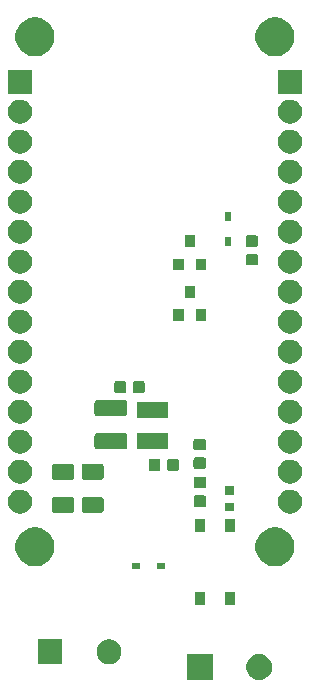
<source format=gts>
G04 #@! TF.GenerationSoftware,KiCad,Pcbnew,5.1.5+dfsg1-2build2*
G04 #@! TF.CreationDate,2022-10-24T00:29:02+02:00*
G04 #@! TF.ProjectId,MBus_to_radio,4d427573-5f74-46f5-9f72-6164696f2e6b,rev?*
G04 #@! TF.SameCoordinates,Original*
G04 #@! TF.FileFunction,Soldermask,Top*
G04 #@! TF.FilePolarity,Negative*
%FSLAX46Y46*%
G04 Gerber Fmt 4.6, Leading zero omitted, Abs format (unit mm)*
G04 Created by KiCad (PCBNEW 5.1.5+dfsg1-2build2) date 2022-10-24 00:29:02*
%MOMM*%
%LPD*%
G04 APERTURE LIST*
%ADD10C,0.100000*%
G04 APERTURE END LIST*
D10*
G36*
X118244794Y-110680155D02*
G01*
X118351150Y-110701311D01*
X118451334Y-110742809D01*
X118551520Y-110784307D01*
X118731844Y-110904795D01*
X118885205Y-111058156D01*
X119005693Y-111238480D01*
X119005693Y-111238481D01*
X119081455Y-111421385D01*
X119088689Y-111438851D01*
X119131000Y-111651560D01*
X119131000Y-111868440D01*
X119088689Y-112081149D01*
X119005693Y-112281520D01*
X118885205Y-112461844D01*
X118731844Y-112615205D01*
X118551520Y-112735693D01*
X118451334Y-112777191D01*
X118351150Y-112818689D01*
X118244795Y-112839844D01*
X118138440Y-112861000D01*
X117921560Y-112861000D01*
X117815205Y-112839844D01*
X117708850Y-112818689D01*
X117608666Y-112777191D01*
X117508480Y-112735693D01*
X117328156Y-112615205D01*
X117174795Y-112461844D01*
X117054307Y-112281520D01*
X116971311Y-112081149D01*
X116929000Y-111868440D01*
X116929000Y-111651560D01*
X116971311Y-111438851D01*
X116978546Y-111421385D01*
X117054307Y-111238481D01*
X117054307Y-111238480D01*
X117174795Y-111058156D01*
X117328156Y-110904795D01*
X117508480Y-110784307D01*
X117608666Y-110742809D01*
X117708850Y-110701311D01*
X117815206Y-110680155D01*
X117921560Y-110659000D01*
X118138440Y-110659000D01*
X118244794Y-110680155D01*
G37*
G36*
X114131000Y-112861000D02*
G01*
X111929000Y-112861000D01*
X111929000Y-110659000D01*
X114131000Y-110659000D01*
X114131000Y-112861000D01*
G37*
G36*
X105636564Y-109479389D02*
G01*
X105827833Y-109558615D01*
X105827835Y-109558616D01*
X105999973Y-109673635D01*
X106146365Y-109820027D01*
X106261385Y-109992167D01*
X106340611Y-110183436D01*
X106381000Y-110386484D01*
X106381000Y-110593516D01*
X106340611Y-110796564D01*
X106295780Y-110904795D01*
X106261384Y-110987835D01*
X106146365Y-111159973D01*
X105999973Y-111306365D01*
X105827835Y-111421384D01*
X105827834Y-111421385D01*
X105827833Y-111421385D01*
X105636564Y-111500611D01*
X105433516Y-111541000D01*
X105226484Y-111541000D01*
X105023436Y-111500611D01*
X104832167Y-111421385D01*
X104832166Y-111421385D01*
X104832165Y-111421384D01*
X104660027Y-111306365D01*
X104513635Y-111159973D01*
X104398616Y-110987835D01*
X104364220Y-110904795D01*
X104319389Y-110796564D01*
X104279000Y-110593516D01*
X104279000Y-110386484D01*
X104319389Y-110183436D01*
X104398615Y-109992167D01*
X104513635Y-109820027D01*
X104660027Y-109673635D01*
X104832165Y-109558616D01*
X104832167Y-109558615D01*
X105023436Y-109479389D01*
X105226484Y-109439000D01*
X105433516Y-109439000D01*
X105636564Y-109479389D01*
G37*
G36*
X101381000Y-111541000D02*
G01*
X99279000Y-111541000D01*
X99279000Y-109439000D01*
X101381000Y-109439000D01*
X101381000Y-111541000D01*
G37*
G36*
X116021000Y-106496000D02*
G01*
X115119000Y-106496000D01*
X115119000Y-105394000D01*
X116021000Y-105394000D01*
X116021000Y-106496000D01*
G37*
G36*
X113481000Y-106496000D02*
G01*
X112579000Y-106496000D01*
X112579000Y-105394000D01*
X113481000Y-105394000D01*
X113481000Y-106496000D01*
G37*
G36*
X107962200Y-103514300D02*
G01*
X107260200Y-103514300D01*
X107260200Y-102962300D01*
X107962200Y-102962300D01*
X107962200Y-103514300D01*
G37*
G36*
X110062200Y-103514300D02*
G01*
X109360200Y-103514300D01*
X109360200Y-102962300D01*
X110062200Y-102962300D01*
X110062200Y-103514300D01*
G37*
G36*
X119755256Y-99991298D02*
G01*
X119861579Y-100012447D01*
X120162042Y-100136903D01*
X120432451Y-100317585D01*
X120662415Y-100547549D01*
X120843097Y-100817958D01*
X120967553Y-101118421D01*
X121031000Y-101437391D01*
X121031000Y-101762609D01*
X120967553Y-102081579D01*
X120843097Y-102382042D01*
X120662415Y-102652451D01*
X120432451Y-102882415D01*
X120162042Y-103063097D01*
X119861579Y-103187553D01*
X119755256Y-103208702D01*
X119542611Y-103251000D01*
X119217389Y-103251000D01*
X119004744Y-103208702D01*
X118898421Y-103187553D01*
X118597958Y-103063097D01*
X118327549Y-102882415D01*
X118097585Y-102652451D01*
X117916903Y-102382042D01*
X117792447Y-102081579D01*
X117729000Y-101762609D01*
X117729000Y-101437391D01*
X117792447Y-101118421D01*
X117916903Y-100817958D01*
X118097585Y-100547549D01*
X118327549Y-100317585D01*
X118597958Y-100136903D01*
X118898421Y-100012447D01*
X119004744Y-99991298D01*
X119217389Y-99949000D01*
X119542611Y-99949000D01*
X119755256Y-99991298D01*
G37*
G36*
X99435256Y-99991298D02*
G01*
X99541579Y-100012447D01*
X99842042Y-100136903D01*
X100112451Y-100317585D01*
X100342415Y-100547549D01*
X100523097Y-100817958D01*
X100647553Y-101118421D01*
X100711000Y-101437391D01*
X100711000Y-101762609D01*
X100647553Y-102081579D01*
X100523097Y-102382042D01*
X100342415Y-102652451D01*
X100112451Y-102882415D01*
X99842042Y-103063097D01*
X99541579Y-103187553D01*
X99435256Y-103208702D01*
X99222611Y-103251000D01*
X98897389Y-103251000D01*
X98684744Y-103208702D01*
X98578421Y-103187553D01*
X98277958Y-103063097D01*
X98007549Y-102882415D01*
X97777585Y-102652451D01*
X97596903Y-102382042D01*
X97472447Y-102081579D01*
X97409000Y-101762609D01*
X97409000Y-101437391D01*
X97472447Y-101118421D01*
X97596903Y-100817958D01*
X97777585Y-100547549D01*
X98007549Y-100317585D01*
X98277958Y-100136903D01*
X98578421Y-100012447D01*
X98684744Y-99991298D01*
X98897389Y-99949000D01*
X99222611Y-99949000D01*
X99435256Y-99991298D01*
G37*
G36*
X116021000Y-100346000D02*
G01*
X115119000Y-100346000D01*
X115119000Y-99244000D01*
X116021000Y-99244000D01*
X116021000Y-100346000D01*
G37*
G36*
X113481000Y-100346000D02*
G01*
X112579000Y-100346000D01*
X112579000Y-99244000D01*
X113481000Y-99244000D01*
X113481000Y-100346000D01*
G37*
G36*
X120880926Y-96800029D02*
G01*
X120946356Y-96813044D01*
X121131256Y-96889632D01*
X121297662Y-97000821D01*
X121439179Y-97142338D01*
X121550368Y-97308744D01*
X121626956Y-97493644D01*
X121666000Y-97689933D01*
X121666000Y-97890067D01*
X121626956Y-98086356D01*
X121550368Y-98271256D01*
X121439179Y-98437662D01*
X121297662Y-98579179D01*
X121131256Y-98690368D01*
X120946356Y-98766956D01*
X120880926Y-98779971D01*
X120750069Y-98806000D01*
X120549931Y-98806000D01*
X120419074Y-98779971D01*
X120353644Y-98766956D01*
X120168744Y-98690368D01*
X120002338Y-98579179D01*
X119860821Y-98437662D01*
X119749632Y-98271256D01*
X119673044Y-98086356D01*
X119634000Y-97890067D01*
X119634000Y-97689933D01*
X119673044Y-97493644D01*
X119749632Y-97308744D01*
X119860821Y-97142338D01*
X120002338Y-97000821D01*
X120168744Y-96889632D01*
X120353644Y-96813044D01*
X120419074Y-96800029D01*
X120549931Y-96774000D01*
X120750069Y-96774000D01*
X120880926Y-96800029D01*
G37*
G36*
X98020926Y-96800029D02*
G01*
X98086356Y-96813044D01*
X98271256Y-96889632D01*
X98437662Y-97000821D01*
X98579179Y-97142338D01*
X98690368Y-97308744D01*
X98766956Y-97493644D01*
X98806000Y-97689933D01*
X98806000Y-97890067D01*
X98766956Y-98086356D01*
X98690368Y-98271256D01*
X98579179Y-98437662D01*
X98437662Y-98579179D01*
X98271256Y-98690368D01*
X98086356Y-98766956D01*
X98020926Y-98779971D01*
X97890069Y-98806000D01*
X97689931Y-98806000D01*
X97559074Y-98779971D01*
X97493644Y-98766956D01*
X97308744Y-98690368D01*
X97142338Y-98579179D01*
X97000821Y-98437662D01*
X96889632Y-98271256D01*
X96813044Y-98086356D01*
X96774000Y-97890067D01*
X96774000Y-97689933D01*
X96813044Y-97493644D01*
X96889632Y-97308744D01*
X97000821Y-97142338D01*
X97142338Y-97000821D01*
X97308744Y-96889632D01*
X97493644Y-96813044D01*
X97559074Y-96800029D01*
X97689931Y-96774000D01*
X97890069Y-96774000D01*
X98020926Y-96800029D01*
G37*
G36*
X104705404Y-97372347D02*
G01*
X104741944Y-97383432D01*
X104775621Y-97401433D01*
X104805141Y-97425659D01*
X104829367Y-97455179D01*
X104847368Y-97488856D01*
X104858453Y-97525396D01*
X104862800Y-97569538D01*
X104862800Y-98518462D01*
X104858453Y-98562604D01*
X104847368Y-98599144D01*
X104829367Y-98632821D01*
X104805141Y-98662341D01*
X104775621Y-98686567D01*
X104741944Y-98704568D01*
X104705404Y-98715653D01*
X104661262Y-98720000D01*
X103212338Y-98720000D01*
X103168196Y-98715653D01*
X103131656Y-98704568D01*
X103097979Y-98686567D01*
X103068459Y-98662341D01*
X103044233Y-98632821D01*
X103026232Y-98599144D01*
X103015147Y-98562604D01*
X103010800Y-98518462D01*
X103010800Y-97569538D01*
X103015147Y-97525396D01*
X103026232Y-97488856D01*
X103044233Y-97455179D01*
X103068459Y-97425659D01*
X103097979Y-97401433D01*
X103131656Y-97383432D01*
X103168196Y-97372347D01*
X103212338Y-97368000D01*
X104661262Y-97368000D01*
X104705404Y-97372347D01*
G37*
G36*
X102190804Y-97372347D02*
G01*
X102227344Y-97383432D01*
X102261021Y-97401433D01*
X102290541Y-97425659D01*
X102314767Y-97455179D01*
X102332768Y-97488856D01*
X102343853Y-97525396D01*
X102348200Y-97569538D01*
X102348200Y-98518462D01*
X102343853Y-98562604D01*
X102332768Y-98599144D01*
X102314767Y-98632821D01*
X102290541Y-98662341D01*
X102261021Y-98686567D01*
X102227344Y-98704568D01*
X102190804Y-98715653D01*
X102146662Y-98720000D01*
X100697738Y-98720000D01*
X100653596Y-98715653D01*
X100617056Y-98704568D01*
X100583379Y-98686567D01*
X100553859Y-98662341D01*
X100529633Y-98632821D01*
X100511632Y-98599144D01*
X100500547Y-98562604D01*
X100496200Y-98518462D01*
X100496200Y-97569538D01*
X100500547Y-97525396D01*
X100511632Y-97488856D01*
X100529633Y-97455179D01*
X100553859Y-97425659D01*
X100583379Y-97401433D01*
X100617056Y-97383432D01*
X100653596Y-97372347D01*
X100697738Y-97368000D01*
X102146662Y-97368000D01*
X102190804Y-97372347D01*
G37*
G36*
X115945600Y-98572800D02*
G01*
X115143600Y-98572800D01*
X115143600Y-97870800D01*
X115945600Y-97870800D01*
X115945600Y-98572800D01*
G37*
G36*
X113409591Y-97254785D02*
G01*
X113443569Y-97265093D01*
X113474890Y-97281834D01*
X113502339Y-97304361D01*
X113524866Y-97331810D01*
X113541607Y-97363131D01*
X113551915Y-97397109D01*
X113556000Y-97438590D01*
X113556000Y-98039810D01*
X113551915Y-98081291D01*
X113541607Y-98115269D01*
X113524866Y-98146590D01*
X113502339Y-98174039D01*
X113474890Y-98196566D01*
X113443569Y-98213307D01*
X113409591Y-98223615D01*
X113368110Y-98227700D01*
X112691890Y-98227700D01*
X112650409Y-98223615D01*
X112616431Y-98213307D01*
X112585110Y-98196566D01*
X112557661Y-98174039D01*
X112535134Y-98146590D01*
X112518393Y-98115269D01*
X112508085Y-98081291D01*
X112504000Y-98039810D01*
X112504000Y-97438590D01*
X112508085Y-97397109D01*
X112518393Y-97363131D01*
X112535134Y-97331810D01*
X112557661Y-97304361D01*
X112585110Y-97281834D01*
X112616431Y-97265093D01*
X112650409Y-97254785D01*
X112691890Y-97250700D01*
X113368110Y-97250700D01*
X113409591Y-97254785D01*
G37*
G36*
X115945600Y-97172800D02*
G01*
X115143600Y-97172800D01*
X115143600Y-96470800D01*
X115945600Y-96470800D01*
X115945600Y-97172800D01*
G37*
G36*
X113409591Y-95679785D02*
G01*
X113443569Y-95690093D01*
X113474890Y-95706834D01*
X113502339Y-95729361D01*
X113524866Y-95756810D01*
X113541607Y-95788131D01*
X113551915Y-95822109D01*
X113556000Y-95863590D01*
X113556000Y-96464810D01*
X113551915Y-96506291D01*
X113541607Y-96540269D01*
X113524866Y-96571590D01*
X113502339Y-96599039D01*
X113474890Y-96621566D01*
X113443569Y-96638307D01*
X113409591Y-96648615D01*
X113368110Y-96652700D01*
X112691890Y-96652700D01*
X112650409Y-96648615D01*
X112616431Y-96638307D01*
X112585110Y-96621566D01*
X112557661Y-96599039D01*
X112535134Y-96571590D01*
X112518393Y-96540269D01*
X112508085Y-96506291D01*
X112504000Y-96464810D01*
X112504000Y-95863590D01*
X112508085Y-95822109D01*
X112518393Y-95788131D01*
X112535134Y-95756810D01*
X112557661Y-95729361D01*
X112585110Y-95706834D01*
X112616431Y-95690093D01*
X112650409Y-95679785D01*
X112691890Y-95675700D01*
X113368110Y-95675700D01*
X113409591Y-95679785D01*
G37*
G36*
X120880926Y-94260029D02*
G01*
X120946356Y-94273044D01*
X121131256Y-94349632D01*
X121297662Y-94460821D01*
X121439179Y-94602338D01*
X121550368Y-94768744D01*
X121626956Y-94953644D01*
X121630362Y-94970766D01*
X121645206Y-95045391D01*
X121666000Y-95149933D01*
X121666000Y-95350067D01*
X121626956Y-95546356D01*
X121550368Y-95731256D01*
X121439179Y-95897662D01*
X121297662Y-96039179D01*
X121131256Y-96150368D01*
X120946356Y-96226956D01*
X120880926Y-96239971D01*
X120750069Y-96266000D01*
X120549931Y-96266000D01*
X120419074Y-96239971D01*
X120353644Y-96226956D01*
X120168744Y-96150368D01*
X120002338Y-96039179D01*
X119860821Y-95897662D01*
X119749632Y-95731256D01*
X119673044Y-95546356D01*
X119634000Y-95350067D01*
X119634000Y-95149933D01*
X119654795Y-95045391D01*
X119669638Y-94970766D01*
X119673044Y-94953644D01*
X119749632Y-94768744D01*
X119860821Y-94602338D01*
X120002338Y-94460821D01*
X120168744Y-94349632D01*
X120353644Y-94273044D01*
X120419074Y-94260029D01*
X120549931Y-94234000D01*
X120750069Y-94234000D01*
X120880926Y-94260029D01*
G37*
G36*
X98020926Y-94260029D02*
G01*
X98086356Y-94273044D01*
X98271256Y-94349632D01*
X98437662Y-94460821D01*
X98579179Y-94602338D01*
X98690368Y-94768744D01*
X98766956Y-94953644D01*
X98770362Y-94970766D01*
X98785206Y-95045391D01*
X98806000Y-95149933D01*
X98806000Y-95350067D01*
X98766956Y-95546356D01*
X98690368Y-95731256D01*
X98579179Y-95897662D01*
X98437662Y-96039179D01*
X98271256Y-96150368D01*
X98086356Y-96226956D01*
X98020926Y-96239971D01*
X97890069Y-96266000D01*
X97689931Y-96266000D01*
X97559074Y-96239971D01*
X97493644Y-96226956D01*
X97308744Y-96150368D01*
X97142338Y-96039179D01*
X97000821Y-95897662D01*
X96889632Y-95731256D01*
X96813044Y-95546356D01*
X96774000Y-95350067D01*
X96774000Y-95149933D01*
X96794795Y-95045391D01*
X96809638Y-94970766D01*
X96813044Y-94953644D01*
X96889632Y-94768744D01*
X97000821Y-94602338D01*
X97142338Y-94460821D01*
X97308744Y-94349632D01*
X97493644Y-94273044D01*
X97559074Y-94260029D01*
X97689931Y-94234000D01*
X97890069Y-94234000D01*
X98020926Y-94260029D01*
G37*
G36*
X102190804Y-94572347D02*
G01*
X102227344Y-94583432D01*
X102261021Y-94601433D01*
X102290541Y-94625659D01*
X102314767Y-94655179D01*
X102332768Y-94688856D01*
X102343853Y-94725396D01*
X102348200Y-94769538D01*
X102348200Y-95718462D01*
X102343853Y-95762604D01*
X102332768Y-95799144D01*
X102314767Y-95832821D01*
X102290541Y-95862341D01*
X102261021Y-95886567D01*
X102227344Y-95904568D01*
X102190804Y-95915653D01*
X102146662Y-95920000D01*
X100697738Y-95920000D01*
X100653596Y-95915653D01*
X100617056Y-95904568D01*
X100583379Y-95886567D01*
X100553859Y-95862341D01*
X100529633Y-95832821D01*
X100511632Y-95799144D01*
X100500547Y-95762604D01*
X100496200Y-95718462D01*
X100496200Y-94769538D01*
X100500547Y-94725396D01*
X100511632Y-94688856D01*
X100529633Y-94655179D01*
X100553859Y-94625659D01*
X100583379Y-94601433D01*
X100617056Y-94583432D01*
X100653596Y-94572347D01*
X100697738Y-94568000D01*
X102146662Y-94568000D01*
X102190804Y-94572347D01*
G37*
G36*
X104705404Y-94572347D02*
G01*
X104741944Y-94583432D01*
X104775621Y-94601433D01*
X104805141Y-94625659D01*
X104829367Y-94655179D01*
X104847368Y-94688856D01*
X104858453Y-94725396D01*
X104862800Y-94769538D01*
X104862800Y-95718462D01*
X104858453Y-95762604D01*
X104847368Y-95799144D01*
X104829367Y-95832821D01*
X104805141Y-95862341D01*
X104775621Y-95886567D01*
X104741944Y-95904568D01*
X104705404Y-95915653D01*
X104661262Y-95920000D01*
X103212338Y-95920000D01*
X103168196Y-95915653D01*
X103131656Y-95904568D01*
X103097979Y-95886567D01*
X103068459Y-95862341D01*
X103044233Y-95832821D01*
X103026232Y-95799144D01*
X103015147Y-95762604D01*
X103010800Y-95718462D01*
X103010800Y-94769538D01*
X103015147Y-94725396D01*
X103026232Y-94688856D01*
X103044233Y-94655179D01*
X103068459Y-94625659D01*
X103097979Y-94601433D01*
X103131656Y-94583432D01*
X103168196Y-94572347D01*
X103212338Y-94568000D01*
X104661262Y-94568000D01*
X104705404Y-94572347D01*
G37*
G36*
X109523991Y-94143885D02*
G01*
X109557969Y-94154193D01*
X109589290Y-94170934D01*
X109616739Y-94193461D01*
X109639266Y-94220910D01*
X109656007Y-94252231D01*
X109666315Y-94286209D01*
X109670400Y-94327690D01*
X109670400Y-95003910D01*
X109666315Y-95045391D01*
X109656007Y-95079369D01*
X109639266Y-95110690D01*
X109616739Y-95138139D01*
X109589290Y-95160666D01*
X109557969Y-95177407D01*
X109523991Y-95187715D01*
X109482510Y-95191800D01*
X108881290Y-95191800D01*
X108839809Y-95187715D01*
X108805831Y-95177407D01*
X108774510Y-95160666D01*
X108747061Y-95138139D01*
X108724534Y-95110690D01*
X108707793Y-95079369D01*
X108697485Y-95045391D01*
X108693400Y-95003910D01*
X108693400Y-94327690D01*
X108697485Y-94286209D01*
X108707793Y-94252231D01*
X108724534Y-94220910D01*
X108747061Y-94193461D01*
X108774510Y-94170934D01*
X108805831Y-94154193D01*
X108839809Y-94143885D01*
X108881290Y-94139800D01*
X109482510Y-94139800D01*
X109523991Y-94143885D01*
G37*
G36*
X111098991Y-94143885D02*
G01*
X111132969Y-94154193D01*
X111164290Y-94170934D01*
X111191739Y-94193461D01*
X111214266Y-94220910D01*
X111231007Y-94252231D01*
X111241315Y-94286209D01*
X111245400Y-94327690D01*
X111245400Y-95003910D01*
X111241315Y-95045391D01*
X111231007Y-95079369D01*
X111214266Y-95110690D01*
X111191739Y-95138139D01*
X111164290Y-95160666D01*
X111132969Y-95177407D01*
X111098991Y-95187715D01*
X111057510Y-95191800D01*
X110456290Y-95191800D01*
X110414809Y-95187715D01*
X110380831Y-95177407D01*
X110349510Y-95160666D01*
X110322061Y-95138139D01*
X110299534Y-95110690D01*
X110282793Y-95079369D01*
X110272485Y-95045391D01*
X110268400Y-95003910D01*
X110268400Y-94327690D01*
X110272485Y-94286209D01*
X110282793Y-94252231D01*
X110299534Y-94220910D01*
X110322061Y-94193461D01*
X110349510Y-94170934D01*
X110380831Y-94154193D01*
X110414809Y-94143885D01*
X110456290Y-94139800D01*
X111057510Y-94139800D01*
X111098991Y-94143885D01*
G37*
G36*
X113384191Y-94028985D02*
G01*
X113418169Y-94039293D01*
X113449490Y-94056034D01*
X113476939Y-94078561D01*
X113499466Y-94106010D01*
X113516207Y-94137331D01*
X113526515Y-94171309D01*
X113530600Y-94212790D01*
X113530600Y-94814010D01*
X113526515Y-94855491D01*
X113516207Y-94889469D01*
X113499466Y-94920790D01*
X113476939Y-94948239D01*
X113449490Y-94970766D01*
X113418169Y-94987507D01*
X113384191Y-94997815D01*
X113342710Y-95001900D01*
X112666490Y-95001900D01*
X112625009Y-94997815D01*
X112591031Y-94987507D01*
X112559710Y-94970766D01*
X112532261Y-94948239D01*
X112509734Y-94920790D01*
X112492993Y-94889469D01*
X112482685Y-94855491D01*
X112478600Y-94814010D01*
X112478600Y-94212790D01*
X112482685Y-94171309D01*
X112492993Y-94137331D01*
X112509734Y-94106010D01*
X112532261Y-94078561D01*
X112559710Y-94056034D01*
X112591031Y-94039293D01*
X112625009Y-94028985D01*
X112666490Y-94024900D01*
X113342710Y-94024900D01*
X113384191Y-94028985D01*
G37*
G36*
X120880926Y-91720029D02*
G01*
X120946356Y-91733044D01*
X121131256Y-91809632D01*
X121297662Y-91920821D01*
X121439179Y-92062338D01*
X121550368Y-92228744D01*
X121626956Y-92413645D01*
X121664160Y-92600680D01*
X121666000Y-92609933D01*
X121666000Y-92810067D01*
X121626956Y-93006356D01*
X121550368Y-93191256D01*
X121439179Y-93357662D01*
X121297662Y-93499179D01*
X121131256Y-93610368D01*
X120946356Y-93686956D01*
X120880926Y-93699971D01*
X120750069Y-93726000D01*
X120549931Y-93726000D01*
X120419074Y-93699971D01*
X120353644Y-93686956D01*
X120168744Y-93610368D01*
X120002338Y-93499179D01*
X119860821Y-93357662D01*
X119749632Y-93191256D01*
X119673044Y-93006356D01*
X119634000Y-92810067D01*
X119634000Y-92609933D01*
X119635841Y-92600680D01*
X119673044Y-92413645D01*
X119749632Y-92228744D01*
X119860821Y-92062338D01*
X120002338Y-91920821D01*
X120168744Y-91809632D01*
X120353644Y-91733044D01*
X120419074Y-91720029D01*
X120549931Y-91694000D01*
X120750069Y-91694000D01*
X120880926Y-91720029D01*
G37*
G36*
X98020926Y-91720029D02*
G01*
X98086356Y-91733044D01*
X98271256Y-91809632D01*
X98437662Y-91920821D01*
X98579179Y-92062338D01*
X98690368Y-92228744D01*
X98766956Y-92413645D01*
X98804160Y-92600680D01*
X98806000Y-92609933D01*
X98806000Y-92810067D01*
X98766956Y-93006356D01*
X98690368Y-93191256D01*
X98579179Y-93357662D01*
X98437662Y-93499179D01*
X98271256Y-93610368D01*
X98086356Y-93686956D01*
X98020926Y-93699971D01*
X97890069Y-93726000D01*
X97689931Y-93726000D01*
X97559074Y-93699971D01*
X97493644Y-93686956D01*
X97308744Y-93610368D01*
X97142338Y-93499179D01*
X97000821Y-93357662D01*
X96889632Y-93191256D01*
X96813044Y-93006356D01*
X96774000Y-92810067D01*
X96774000Y-92609933D01*
X96775841Y-92600680D01*
X96813044Y-92413645D01*
X96889632Y-92228744D01*
X97000821Y-92062338D01*
X97142338Y-91920821D01*
X97308744Y-91809632D01*
X97493644Y-91733044D01*
X97559074Y-91720029D01*
X97689931Y-91694000D01*
X97890069Y-91694000D01*
X98020926Y-91720029D01*
G37*
G36*
X113384191Y-92453985D02*
G01*
X113418169Y-92464293D01*
X113449490Y-92481034D01*
X113476939Y-92503561D01*
X113499466Y-92531010D01*
X113516207Y-92562331D01*
X113526515Y-92596309D01*
X113530600Y-92637790D01*
X113530600Y-93239010D01*
X113526515Y-93280491D01*
X113516207Y-93314469D01*
X113499466Y-93345790D01*
X113476939Y-93373239D01*
X113449490Y-93395766D01*
X113418169Y-93412507D01*
X113384191Y-93422815D01*
X113342710Y-93426900D01*
X112666490Y-93426900D01*
X112625009Y-93422815D01*
X112591031Y-93412507D01*
X112559710Y-93395766D01*
X112532261Y-93373239D01*
X112509734Y-93345790D01*
X112492993Y-93314469D01*
X112482685Y-93280491D01*
X112478600Y-93239010D01*
X112478600Y-92637790D01*
X112482685Y-92596309D01*
X112492993Y-92562331D01*
X112509734Y-92531010D01*
X112532261Y-92503561D01*
X112559710Y-92481034D01*
X112591031Y-92464293D01*
X112625009Y-92453985D01*
X112666490Y-92449900D01*
X113342710Y-92449900D01*
X113384191Y-92453985D01*
G37*
G36*
X106692104Y-91987547D02*
G01*
X106728644Y-91998632D01*
X106762321Y-92016633D01*
X106791841Y-92040859D01*
X106816067Y-92070379D01*
X106834068Y-92104056D01*
X106845153Y-92140596D01*
X106849500Y-92184738D01*
X106849500Y-93133662D01*
X106845153Y-93177804D01*
X106834068Y-93214344D01*
X106816067Y-93248021D01*
X106791841Y-93277541D01*
X106762321Y-93301767D01*
X106728644Y-93319768D01*
X106692104Y-93330853D01*
X106647962Y-93335200D01*
X104299038Y-93335200D01*
X104254896Y-93330853D01*
X104218356Y-93319768D01*
X104184679Y-93301767D01*
X104155159Y-93277541D01*
X104130933Y-93248021D01*
X104112932Y-93214344D01*
X104101847Y-93177804D01*
X104097500Y-93133662D01*
X104097500Y-92184738D01*
X104101847Y-92140596D01*
X104112932Y-92104056D01*
X104130933Y-92070379D01*
X104155159Y-92040859D01*
X104184679Y-92016633D01*
X104218356Y-91998632D01*
X104254896Y-91987547D01*
X104299038Y-91983200D01*
X106647962Y-91983200D01*
X106692104Y-91987547D01*
G37*
G36*
X110317400Y-93298600D02*
G01*
X107665400Y-93298600D01*
X107665400Y-91976600D01*
X110317400Y-91976600D01*
X110317400Y-93298600D01*
G37*
G36*
X120880926Y-89180029D02*
G01*
X120946356Y-89193044D01*
X121131256Y-89269632D01*
X121297662Y-89380821D01*
X121439179Y-89522338D01*
X121550368Y-89688744D01*
X121626956Y-89873644D01*
X121666000Y-90069933D01*
X121666000Y-90270067D01*
X121626956Y-90466356D01*
X121550368Y-90651256D01*
X121439179Y-90817662D01*
X121297662Y-90959179D01*
X121131256Y-91070368D01*
X120946356Y-91146956D01*
X120880926Y-91159971D01*
X120750069Y-91186000D01*
X120549931Y-91186000D01*
X120419074Y-91159971D01*
X120353644Y-91146956D01*
X120168744Y-91070368D01*
X120002338Y-90959179D01*
X119860821Y-90817662D01*
X119749632Y-90651256D01*
X119673044Y-90466356D01*
X119634000Y-90270067D01*
X119634000Y-90069933D01*
X119673044Y-89873644D01*
X119749632Y-89688744D01*
X119860821Y-89522338D01*
X120002338Y-89380821D01*
X120168744Y-89269632D01*
X120353644Y-89193044D01*
X120419074Y-89180029D01*
X120549931Y-89154000D01*
X120750069Y-89154000D01*
X120880926Y-89180029D01*
G37*
G36*
X98020926Y-89180029D02*
G01*
X98086356Y-89193044D01*
X98271256Y-89269632D01*
X98437662Y-89380821D01*
X98579179Y-89522338D01*
X98690368Y-89688744D01*
X98766956Y-89873644D01*
X98806000Y-90069933D01*
X98806000Y-90270067D01*
X98766956Y-90466356D01*
X98690368Y-90651256D01*
X98579179Y-90817662D01*
X98437662Y-90959179D01*
X98271256Y-91070368D01*
X98086356Y-91146956D01*
X98020926Y-91159971D01*
X97890069Y-91186000D01*
X97689931Y-91186000D01*
X97559074Y-91159971D01*
X97493644Y-91146956D01*
X97308744Y-91070368D01*
X97142338Y-90959179D01*
X97000821Y-90817662D01*
X96889632Y-90651256D01*
X96813044Y-90466356D01*
X96774000Y-90270067D01*
X96774000Y-90069933D01*
X96813044Y-89873644D01*
X96889632Y-89688744D01*
X97000821Y-89522338D01*
X97142338Y-89380821D01*
X97308744Y-89269632D01*
X97493644Y-89193044D01*
X97559074Y-89180029D01*
X97689931Y-89154000D01*
X97890069Y-89154000D01*
X98020926Y-89180029D01*
G37*
G36*
X110317400Y-90678600D02*
G01*
X107665400Y-90678600D01*
X107665400Y-89356600D01*
X110317400Y-89356600D01*
X110317400Y-90678600D01*
G37*
G36*
X106692104Y-89187547D02*
G01*
X106728644Y-89198632D01*
X106762321Y-89216633D01*
X106791841Y-89240859D01*
X106816067Y-89270379D01*
X106834068Y-89304056D01*
X106845153Y-89340596D01*
X106849500Y-89384738D01*
X106849500Y-90333662D01*
X106845153Y-90377804D01*
X106834068Y-90414344D01*
X106816067Y-90448021D01*
X106791841Y-90477541D01*
X106762321Y-90501767D01*
X106728644Y-90519768D01*
X106692104Y-90530853D01*
X106647962Y-90535200D01*
X104299038Y-90535200D01*
X104254896Y-90530853D01*
X104218356Y-90519768D01*
X104184679Y-90501767D01*
X104155159Y-90477541D01*
X104130933Y-90448021D01*
X104112932Y-90414344D01*
X104101847Y-90377804D01*
X104097500Y-90333662D01*
X104097500Y-89384738D01*
X104101847Y-89340596D01*
X104112932Y-89304056D01*
X104130933Y-89270379D01*
X104155159Y-89240859D01*
X104184679Y-89216633D01*
X104218356Y-89198632D01*
X104254896Y-89187547D01*
X104299038Y-89183200D01*
X106647962Y-89183200D01*
X106692104Y-89187547D01*
G37*
G36*
X98020926Y-86640029D02*
G01*
X98086356Y-86653044D01*
X98271256Y-86729632D01*
X98437662Y-86840821D01*
X98579179Y-86982338D01*
X98690368Y-87148744D01*
X98766956Y-87333644D01*
X98806000Y-87529933D01*
X98806000Y-87730067D01*
X98766956Y-87926356D01*
X98690368Y-88111256D01*
X98579179Y-88277662D01*
X98437662Y-88419179D01*
X98271256Y-88530368D01*
X98086356Y-88606956D01*
X98054965Y-88613200D01*
X97890069Y-88646000D01*
X97689931Y-88646000D01*
X97525035Y-88613200D01*
X97493644Y-88606956D01*
X97308744Y-88530368D01*
X97142338Y-88419179D01*
X97000821Y-88277662D01*
X96889632Y-88111256D01*
X96813044Y-87926356D01*
X96774000Y-87730067D01*
X96774000Y-87529933D01*
X96813044Y-87333644D01*
X96889632Y-87148744D01*
X97000821Y-86982338D01*
X97142338Y-86840821D01*
X97308744Y-86729632D01*
X97493644Y-86653044D01*
X97559074Y-86640029D01*
X97689931Y-86614000D01*
X97890069Y-86614000D01*
X98020926Y-86640029D01*
G37*
G36*
X120880926Y-86640029D02*
G01*
X120946356Y-86653044D01*
X121131256Y-86729632D01*
X121297662Y-86840821D01*
X121439179Y-86982338D01*
X121550368Y-87148744D01*
X121626956Y-87333644D01*
X121666000Y-87529933D01*
X121666000Y-87730067D01*
X121626956Y-87926356D01*
X121550368Y-88111256D01*
X121439179Y-88277662D01*
X121297662Y-88419179D01*
X121131256Y-88530368D01*
X120946356Y-88606956D01*
X120914965Y-88613200D01*
X120750069Y-88646000D01*
X120549931Y-88646000D01*
X120385035Y-88613200D01*
X120353644Y-88606956D01*
X120168744Y-88530368D01*
X120002338Y-88419179D01*
X119860821Y-88277662D01*
X119749632Y-88111256D01*
X119673044Y-87926356D01*
X119634000Y-87730067D01*
X119634000Y-87529933D01*
X119673044Y-87333644D01*
X119749632Y-87148744D01*
X119860821Y-86982338D01*
X120002338Y-86840821D01*
X120168744Y-86729632D01*
X120353644Y-86653044D01*
X120419074Y-86640029D01*
X120549931Y-86614000D01*
X120750069Y-86614000D01*
X120880926Y-86640029D01*
G37*
G36*
X106615691Y-87565285D02*
G01*
X106649669Y-87575593D01*
X106680990Y-87592334D01*
X106708439Y-87614861D01*
X106730966Y-87642310D01*
X106747707Y-87673631D01*
X106758015Y-87707609D01*
X106762100Y-87749090D01*
X106762100Y-88425310D01*
X106758015Y-88466791D01*
X106747707Y-88500769D01*
X106730966Y-88532090D01*
X106708439Y-88559539D01*
X106680990Y-88582066D01*
X106649669Y-88598807D01*
X106615691Y-88609115D01*
X106574210Y-88613200D01*
X105972990Y-88613200D01*
X105931509Y-88609115D01*
X105897531Y-88598807D01*
X105866210Y-88582066D01*
X105838761Y-88559539D01*
X105816234Y-88532090D01*
X105799493Y-88500769D01*
X105789185Y-88466791D01*
X105785100Y-88425310D01*
X105785100Y-87749090D01*
X105789185Y-87707609D01*
X105799493Y-87673631D01*
X105816234Y-87642310D01*
X105838761Y-87614861D01*
X105866210Y-87592334D01*
X105897531Y-87575593D01*
X105931509Y-87565285D01*
X105972990Y-87561200D01*
X106574210Y-87561200D01*
X106615691Y-87565285D01*
G37*
G36*
X108190691Y-87565285D02*
G01*
X108224669Y-87575593D01*
X108255990Y-87592334D01*
X108283439Y-87614861D01*
X108305966Y-87642310D01*
X108322707Y-87673631D01*
X108333015Y-87707609D01*
X108337100Y-87749090D01*
X108337100Y-88425310D01*
X108333015Y-88466791D01*
X108322707Y-88500769D01*
X108305966Y-88532090D01*
X108283439Y-88559539D01*
X108255990Y-88582066D01*
X108224669Y-88598807D01*
X108190691Y-88609115D01*
X108149210Y-88613200D01*
X107547990Y-88613200D01*
X107506509Y-88609115D01*
X107472531Y-88598807D01*
X107441210Y-88582066D01*
X107413761Y-88559539D01*
X107391234Y-88532090D01*
X107374493Y-88500769D01*
X107364185Y-88466791D01*
X107360100Y-88425310D01*
X107360100Y-87749090D01*
X107364185Y-87707609D01*
X107374493Y-87673631D01*
X107391234Y-87642310D01*
X107413761Y-87614861D01*
X107441210Y-87592334D01*
X107472531Y-87575593D01*
X107506509Y-87565285D01*
X107547990Y-87561200D01*
X108149210Y-87561200D01*
X108190691Y-87565285D01*
G37*
G36*
X120880926Y-84100029D02*
G01*
X120946356Y-84113044D01*
X121131256Y-84189632D01*
X121297662Y-84300821D01*
X121439179Y-84442338D01*
X121550368Y-84608744D01*
X121626956Y-84793644D01*
X121666000Y-84989933D01*
X121666000Y-85190067D01*
X121626956Y-85386356D01*
X121550368Y-85571256D01*
X121439179Y-85737662D01*
X121297662Y-85879179D01*
X121131256Y-85990368D01*
X120946356Y-86066956D01*
X120880926Y-86079971D01*
X120750069Y-86106000D01*
X120549931Y-86106000D01*
X120419074Y-86079971D01*
X120353644Y-86066956D01*
X120168744Y-85990368D01*
X120002338Y-85879179D01*
X119860821Y-85737662D01*
X119749632Y-85571256D01*
X119673044Y-85386356D01*
X119634000Y-85190067D01*
X119634000Y-84989933D01*
X119673044Y-84793644D01*
X119749632Y-84608744D01*
X119860821Y-84442338D01*
X120002338Y-84300821D01*
X120168744Y-84189632D01*
X120353644Y-84113044D01*
X120419074Y-84100029D01*
X120549931Y-84074000D01*
X120750069Y-84074000D01*
X120880926Y-84100029D01*
G37*
G36*
X98020926Y-84100029D02*
G01*
X98086356Y-84113044D01*
X98271256Y-84189632D01*
X98437662Y-84300821D01*
X98579179Y-84442338D01*
X98690368Y-84608744D01*
X98766956Y-84793644D01*
X98806000Y-84989933D01*
X98806000Y-85190067D01*
X98766956Y-85386356D01*
X98690368Y-85571256D01*
X98579179Y-85737662D01*
X98437662Y-85879179D01*
X98271256Y-85990368D01*
X98086356Y-86066956D01*
X98020926Y-86079971D01*
X97890069Y-86106000D01*
X97689931Y-86106000D01*
X97559074Y-86079971D01*
X97493644Y-86066956D01*
X97308744Y-85990368D01*
X97142338Y-85879179D01*
X97000821Y-85737662D01*
X96889632Y-85571256D01*
X96813044Y-85386356D01*
X96774000Y-85190067D01*
X96774000Y-84989933D01*
X96813044Y-84793644D01*
X96889632Y-84608744D01*
X97000821Y-84442338D01*
X97142338Y-84300821D01*
X97308744Y-84189632D01*
X97493644Y-84113044D01*
X97559074Y-84100029D01*
X97689931Y-84074000D01*
X97890069Y-84074000D01*
X98020926Y-84100029D01*
G37*
G36*
X120880926Y-81560029D02*
G01*
X120946356Y-81573044D01*
X121131256Y-81649632D01*
X121297662Y-81760821D01*
X121439179Y-81902338D01*
X121550368Y-82068744D01*
X121626956Y-82253644D01*
X121666000Y-82449933D01*
X121666000Y-82650067D01*
X121626956Y-82846356D01*
X121550368Y-83031256D01*
X121439179Y-83197662D01*
X121297662Y-83339179D01*
X121131256Y-83450368D01*
X120946356Y-83526956D01*
X120880926Y-83539971D01*
X120750069Y-83566000D01*
X120549931Y-83566000D01*
X120419074Y-83539971D01*
X120353644Y-83526956D01*
X120168744Y-83450368D01*
X120002338Y-83339179D01*
X119860821Y-83197662D01*
X119749632Y-83031256D01*
X119673044Y-82846356D01*
X119634000Y-82650067D01*
X119634000Y-82449933D01*
X119673044Y-82253644D01*
X119749632Y-82068744D01*
X119860821Y-81902338D01*
X120002338Y-81760821D01*
X120168744Y-81649632D01*
X120353644Y-81573044D01*
X120419074Y-81560029D01*
X120549931Y-81534000D01*
X120750069Y-81534000D01*
X120880926Y-81560029D01*
G37*
G36*
X98020926Y-81560029D02*
G01*
X98086356Y-81573044D01*
X98271256Y-81649632D01*
X98437662Y-81760821D01*
X98579179Y-81902338D01*
X98690368Y-82068744D01*
X98766956Y-82253644D01*
X98806000Y-82449933D01*
X98806000Y-82650067D01*
X98766956Y-82846356D01*
X98690368Y-83031256D01*
X98579179Y-83197662D01*
X98437662Y-83339179D01*
X98271256Y-83450368D01*
X98086356Y-83526956D01*
X98020926Y-83539971D01*
X97890069Y-83566000D01*
X97689931Y-83566000D01*
X97559074Y-83539971D01*
X97493644Y-83526956D01*
X97308744Y-83450368D01*
X97142338Y-83339179D01*
X97000821Y-83197662D01*
X96889632Y-83031256D01*
X96813044Y-82846356D01*
X96774000Y-82650067D01*
X96774000Y-82449933D01*
X96813044Y-82253644D01*
X96889632Y-82068744D01*
X97000821Y-81902338D01*
X97142338Y-81760821D01*
X97308744Y-81649632D01*
X97493644Y-81573044D01*
X97559074Y-81560029D01*
X97689931Y-81534000D01*
X97890069Y-81534000D01*
X98020926Y-81560029D01*
G37*
G36*
X113580100Y-82501600D02*
G01*
X112678100Y-82501600D01*
X112678100Y-81499600D01*
X113580100Y-81499600D01*
X113580100Y-82501600D01*
G37*
G36*
X111680100Y-82501600D02*
G01*
X110778100Y-82501600D01*
X110778100Y-81499600D01*
X111680100Y-81499600D01*
X111680100Y-82501600D01*
G37*
G36*
X120880926Y-79020029D02*
G01*
X120946356Y-79033044D01*
X121131256Y-79109632D01*
X121297662Y-79220821D01*
X121439179Y-79362338D01*
X121550368Y-79528744D01*
X121626956Y-79713644D01*
X121666000Y-79909933D01*
X121666000Y-80110067D01*
X121626956Y-80306356D01*
X121550368Y-80491256D01*
X121439179Y-80657662D01*
X121297662Y-80799179D01*
X121131256Y-80910368D01*
X120946356Y-80986956D01*
X120880926Y-80999971D01*
X120750069Y-81026000D01*
X120549931Y-81026000D01*
X120419074Y-80999971D01*
X120353644Y-80986956D01*
X120168744Y-80910368D01*
X120002338Y-80799179D01*
X119860821Y-80657662D01*
X119749632Y-80491256D01*
X119673044Y-80306356D01*
X119634000Y-80110067D01*
X119634000Y-79909933D01*
X119673044Y-79713644D01*
X119749632Y-79528744D01*
X119860821Y-79362338D01*
X120002338Y-79220821D01*
X120168744Y-79109632D01*
X120353644Y-79033044D01*
X120419074Y-79020029D01*
X120549931Y-78994000D01*
X120750069Y-78994000D01*
X120880926Y-79020029D01*
G37*
G36*
X98020926Y-79020029D02*
G01*
X98086356Y-79033044D01*
X98271256Y-79109632D01*
X98437662Y-79220821D01*
X98579179Y-79362338D01*
X98690368Y-79528744D01*
X98766956Y-79713644D01*
X98806000Y-79909933D01*
X98806000Y-80110067D01*
X98766956Y-80306356D01*
X98690368Y-80491256D01*
X98579179Y-80657662D01*
X98437662Y-80799179D01*
X98271256Y-80910368D01*
X98086356Y-80986956D01*
X98020926Y-80999971D01*
X97890069Y-81026000D01*
X97689931Y-81026000D01*
X97559074Y-80999971D01*
X97493644Y-80986956D01*
X97308744Y-80910368D01*
X97142338Y-80799179D01*
X97000821Y-80657662D01*
X96889632Y-80491256D01*
X96813044Y-80306356D01*
X96774000Y-80110067D01*
X96774000Y-79909933D01*
X96813044Y-79713644D01*
X96889632Y-79528744D01*
X97000821Y-79362338D01*
X97142338Y-79220821D01*
X97308744Y-79109632D01*
X97493644Y-79033044D01*
X97559074Y-79020029D01*
X97689931Y-78994000D01*
X97890069Y-78994000D01*
X98020926Y-79020029D01*
G37*
G36*
X112630100Y-80501600D02*
G01*
X111728100Y-80501600D01*
X111728100Y-79499600D01*
X112630100Y-79499600D01*
X112630100Y-80501600D01*
G37*
G36*
X98020926Y-76480029D02*
G01*
X98086356Y-76493044D01*
X98271256Y-76569632D01*
X98437662Y-76680821D01*
X98579179Y-76822338D01*
X98690368Y-76988744D01*
X98766956Y-77173645D01*
X98806000Y-77369931D01*
X98806000Y-77570069D01*
X98786427Y-77668469D01*
X98766956Y-77766356D01*
X98690368Y-77951256D01*
X98579179Y-78117662D01*
X98437662Y-78259179D01*
X98271256Y-78370368D01*
X98086356Y-78446956D01*
X98020926Y-78459971D01*
X97890069Y-78486000D01*
X97689931Y-78486000D01*
X97559074Y-78459971D01*
X97493644Y-78446956D01*
X97308744Y-78370368D01*
X97142338Y-78259179D01*
X97000821Y-78117662D01*
X96889632Y-77951256D01*
X96813044Y-77766356D01*
X96793573Y-77668469D01*
X96774000Y-77570069D01*
X96774000Y-77369931D01*
X96813044Y-77173645D01*
X96889632Y-76988744D01*
X97000821Y-76822338D01*
X97142338Y-76680821D01*
X97308744Y-76569632D01*
X97493644Y-76493044D01*
X97559074Y-76480029D01*
X97689931Y-76454000D01*
X97890069Y-76454000D01*
X98020926Y-76480029D01*
G37*
G36*
X120880926Y-76480029D02*
G01*
X120946356Y-76493044D01*
X121131256Y-76569632D01*
X121297662Y-76680821D01*
X121439179Y-76822338D01*
X121550368Y-76988744D01*
X121626956Y-77173645D01*
X121666000Y-77369931D01*
X121666000Y-77570069D01*
X121646427Y-77668469D01*
X121626956Y-77766356D01*
X121550368Y-77951256D01*
X121439179Y-78117662D01*
X121297662Y-78259179D01*
X121131256Y-78370368D01*
X120946356Y-78446956D01*
X120880926Y-78459971D01*
X120750069Y-78486000D01*
X120549931Y-78486000D01*
X120419074Y-78459971D01*
X120353644Y-78446956D01*
X120168744Y-78370368D01*
X120002338Y-78259179D01*
X119860821Y-78117662D01*
X119749632Y-77951256D01*
X119673044Y-77766356D01*
X119653573Y-77668469D01*
X119634000Y-77570069D01*
X119634000Y-77369931D01*
X119673044Y-77173645D01*
X119749632Y-76988744D01*
X119860821Y-76822338D01*
X120002338Y-76680821D01*
X120168744Y-76569632D01*
X120353644Y-76493044D01*
X120419074Y-76480029D01*
X120549931Y-76454000D01*
X120750069Y-76454000D01*
X120880926Y-76480029D01*
G37*
G36*
X111680100Y-78205700D02*
G01*
X110778100Y-78205700D01*
X110778100Y-77203700D01*
X111680100Y-77203700D01*
X111680100Y-78205700D01*
G37*
G36*
X113580100Y-78205700D02*
G01*
X112678100Y-78205700D01*
X112678100Y-77203700D01*
X113580100Y-77203700D01*
X113580100Y-78205700D01*
G37*
G36*
X117803791Y-76807985D02*
G01*
X117837769Y-76818293D01*
X117869090Y-76835034D01*
X117896539Y-76857561D01*
X117919066Y-76885010D01*
X117935807Y-76916331D01*
X117946115Y-76950309D01*
X117950200Y-76991790D01*
X117950200Y-77593010D01*
X117946115Y-77634491D01*
X117935807Y-77668469D01*
X117919066Y-77699790D01*
X117896539Y-77727239D01*
X117869090Y-77749766D01*
X117837769Y-77766507D01*
X117803791Y-77776815D01*
X117762310Y-77780900D01*
X117086090Y-77780900D01*
X117044609Y-77776815D01*
X117010631Y-77766507D01*
X116979310Y-77749766D01*
X116951861Y-77727239D01*
X116929334Y-77699790D01*
X116912593Y-77668469D01*
X116902285Y-77634491D01*
X116898200Y-77593010D01*
X116898200Y-76991790D01*
X116902285Y-76950309D01*
X116912593Y-76916331D01*
X116929334Y-76885010D01*
X116951861Y-76857561D01*
X116979310Y-76835034D01*
X117010631Y-76818293D01*
X117044609Y-76807985D01*
X117086090Y-76803900D01*
X117762310Y-76803900D01*
X117803791Y-76807985D01*
G37*
G36*
X117803791Y-75232985D02*
G01*
X117837769Y-75243293D01*
X117869090Y-75260034D01*
X117896539Y-75282561D01*
X117919066Y-75310010D01*
X117935807Y-75341331D01*
X117946115Y-75375309D01*
X117950200Y-75416790D01*
X117950200Y-76018010D01*
X117946115Y-76059491D01*
X117935807Y-76093469D01*
X117919066Y-76124790D01*
X117896539Y-76152239D01*
X117869090Y-76174766D01*
X117837769Y-76191507D01*
X117803791Y-76201815D01*
X117762310Y-76205900D01*
X117086090Y-76205900D01*
X117044609Y-76201815D01*
X117010631Y-76191507D01*
X116979310Y-76174766D01*
X116951861Y-76152239D01*
X116929334Y-76124790D01*
X116912593Y-76093469D01*
X116902285Y-76059491D01*
X116898200Y-76018010D01*
X116898200Y-75416790D01*
X116902285Y-75375309D01*
X116912593Y-75341331D01*
X116929334Y-75310010D01*
X116951861Y-75282561D01*
X116979310Y-75260034D01*
X117010631Y-75243293D01*
X117044609Y-75232985D01*
X117086090Y-75228900D01*
X117762310Y-75228900D01*
X117803791Y-75232985D01*
G37*
G36*
X112630100Y-76205700D02*
G01*
X111728100Y-76205700D01*
X111728100Y-75203700D01*
X112630100Y-75203700D01*
X112630100Y-76205700D01*
G37*
G36*
X115693600Y-76089700D02*
G01*
X115141600Y-76089700D01*
X115141600Y-75387700D01*
X115693600Y-75387700D01*
X115693600Y-76089700D01*
G37*
G36*
X98020926Y-73940029D02*
G01*
X98086356Y-73953044D01*
X98271256Y-74029632D01*
X98437662Y-74140821D01*
X98579179Y-74282338D01*
X98690368Y-74448744D01*
X98766956Y-74633644D01*
X98806000Y-74829933D01*
X98806000Y-75030067D01*
X98766956Y-75226356D01*
X98690368Y-75411256D01*
X98579179Y-75577662D01*
X98437662Y-75719179D01*
X98271256Y-75830368D01*
X98086356Y-75906956D01*
X98020926Y-75919971D01*
X97890069Y-75946000D01*
X97689931Y-75946000D01*
X97559074Y-75919971D01*
X97493644Y-75906956D01*
X97308744Y-75830368D01*
X97142338Y-75719179D01*
X97000821Y-75577662D01*
X96889632Y-75411256D01*
X96813044Y-75226356D01*
X96774000Y-75030067D01*
X96774000Y-74829933D01*
X96813044Y-74633644D01*
X96889632Y-74448744D01*
X97000821Y-74282338D01*
X97142338Y-74140821D01*
X97308744Y-74029632D01*
X97493644Y-73953044D01*
X97559074Y-73940029D01*
X97689931Y-73914000D01*
X97890069Y-73914000D01*
X98020926Y-73940029D01*
G37*
G36*
X120880926Y-73940029D02*
G01*
X120946356Y-73953044D01*
X121131256Y-74029632D01*
X121297662Y-74140821D01*
X121439179Y-74282338D01*
X121550368Y-74448744D01*
X121626956Y-74633644D01*
X121666000Y-74829933D01*
X121666000Y-75030067D01*
X121626956Y-75226356D01*
X121550368Y-75411256D01*
X121439179Y-75577662D01*
X121297662Y-75719179D01*
X121131256Y-75830368D01*
X120946356Y-75906956D01*
X120880926Y-75919971D01*
X120750069Y-75946000D01*
X120549931Y-75946000D01*
X120419074Y-75919971D01*
X120353644Y-75906956D01*
X120168744Y-75830368D01*
X120002338Y-75719179D01*
X119860821Y-75577662D01*
X119749632Y-75411256D01*
X119673044Y-75226356D01*
X119634000Y-75030067D01*
X119634000Y-74829933D01*
X119673044Y-74633644D01*
X119749632Y-74448744D01*
X119860821Y-74282338D01*
X120002338Y-74140821D01*
X120168744Y-74029632D01*
X120353644Y-73953044D01*
X120419074Y-73940029D01*
X120549931Y-73914000D01*
X120750069Y-73914000D01*
X120880926Y-73940029D01*
G37*
G36*
X115693600Y-73989700D02*
G01*
X115141600Y-73989700D01*
X115141600Y-73287700D01*
X115693600Y-73287700D01*
X115693600Y-73989700D01*
G37*
G36*
X98020926Y-71400029D02*
G01*
X98086356Y-71413044D01*
X98271256Y-71489632D01*
X98437662Y-71600821D01*
X98579179Y-71742338D01*
X98690368Y-71908744D01*
X98766956Y-72093644D01*
X98806000Y-72289933D01*
X98806000Y-72490067D01*
X98766956Y-72686356D01*
X98690368Y-72871256D01*
X98579179Y-73037662D01*
X98437662Y-73179179D01*
X98271256Y-73290368D01*
X98086356Y-73366956D01*
X98020926Y-73379971D01*
X97890069Y-73406000D01*
X97689931Y-73406000D01*
X97559074Y-73379971D01*
X97493644Y-73366956D01*
X97308744Y-73290368D01*
X97142338Y-73179179D01*
X97000821Y-73037662D01*
X96889632Y-72871256D01*
X96813044Y-72686356D01*
X96774000Y-72490067D01*
X96774000Y-72289933D01*
X96813044Y-72093644D01*
X96889632Y-71908744D01*
X97000821Y-71742338D01*
X97142338Y-71600821D01*
X97308744Y-71489632D01*
X97493644Y-71413044D01*
X97559074Y-71400029D01*
X97689931Y-71374000D01*
X97890069Y-71374000D01*
X98020926Y-71400029D01*
G37*
G36*
X120880926Y-71400029D02*
G01*
X120946356Y-71413044D01*
X121131256Y-71489632D01*
X121297662Y-71600821D01*
X121439179Y-71742338D01*
X121550368Y-71908744D01*
X121626956Y-72093644D01*
X121666000Y-72289933D01*
X121666000Y-72490067D01*
X121626956Y-72686356D01*
X121550368Y-72871256D01*
X121439179Y-73037662D01*
X121297662Y-73179179D01*
X121131256Y-73290368D01*
X120946356Y-73366956D01*
X120880926Y-73379971D01*
X120750069Y-73406000D01*
X120549931Y-73406000D01*
X120419074Y-73379971D01*
X120353644Y-73366956D01*
X120168744Y-73290368D01*
X120002338Y-73179179D01*
X119860821Y-73037662D01*
X119749632Y-72871256D01*
X119673044Y-72686356D01*
X119634000Y-72490067D01*
X119634000Y-72289933D01*
X119673044Y-72093644D01*
X119749632Y-71908744D01*
X119860821Y-71742338D01*
X120002338Y-71600821D01*
X120168744Y-71489632D01*
X120353644Y-71413044D01*
X120419074Y-71400029D01*
X120549931Y-71374000D01*
X120750069Y-71374000D01*
X120880926Y-71400029D01*
G37*
G36*
X98020926Y-68860029D02*
G01*
X98086356Y-68873044D01*
X98271256Y-68949632D01*
X98437662Y-69060821D01*
X98579179Y-69202338D01*
X98690368Y-69368744D01*
X98766956Y-69553644D01*
X98806000Y-69749933D01*
X98806000Y-69950067D01*
X98766956Y-70146356D01*
X98690368Y-70331256D01*
X98579179Y-70497662D01*
X98437662Y-70639179D01*
X98271256Y-70750368D01*
X98086356Y-70826956D01*
X98020926Y-70839971D01*
X97890069Y-70866000D01*
X97689931Y-70866000D01*
X97559074Y-70839971D01*
X97493644Y-70826956D01*
X97308744Y-70750368D01*
X97142338Y-70639179D01*
X97000821Y-70497662D01*
X96889632Y-70331256D01*
X96813044Y-70146356D01*
X96774000Y-69950067D01*
X96774000Y-69749933D01*
X96813044Y-69553644D01*
X96889632Y-69368744D01*
X97000821Y-69202338D01*
X97142338Y-69060821D01*
X97308744Y-68949632D01*
X97493644Y-68873044D01*
X97559074Y-68860029D01*
X97689931Y-68834000D01*
X97890069Y-68834000D01*
X98020926Y-68860029D01*
G37*
G36*
X120880926Y-68860029D02*
G01*
X120946356Y-68873044D01*
X121131256Y-68949632D01*
X121297662Y-69060821D01*
X121439179Y-69202338D01*
X121550368Y-69368744D01*
X121626956Y-69553644D01*
X121666000Y-69749933D01*
X121666000Y-69950067D01*
X121626956Y-70146356D01*
X121550368Y-70331256D01*
X121439179Y-70497662D01*
X121297662Y-70639179D01*
X121131256Y-70750368D01*
X120946356Y-70826956D01*
X120880926Y-70839971D01*
X120750069Y-70866000D01*
X120549931Y-70866000D01*
X120419074Y-70839971D01*
X120353644Y-70826956D01*
X120168744Y-70750368D01*
X120002338Y-70639179D01*
X119860821Y-70497662D01*
X119749632Y-70331256D01*
X119673044Y-70146356D01*
X119634000Y-69950067D01*
X119634000Y-69749933D01*
X119673044Y-69553644D01*
X119749632Y-69368744D01*
X119860821Y-69202338D01*
X120002338Y-69060821D01*
X120168744Y-68949632D01*
X120353644Y-68873044D01*
X120419074Y-68860029D01*
X120549931Y-68834000D01*
X120750069Y-68834000D01*
X120880926Y-68860029D01*
G37*
G36*
X120880926Y-66320029D02*
G01*
X120946356Y-66333044D01*
X121131256Y-66409632D01*
X121297662Y-66520821D01*
X121439179Y-66662338D01*
X121550368Y-66828744D01*
X121626956Y-67013644D01*
X121666000Y-67209933D01*
X121666000Y-67410067D01*
X121626956Y-67606356D01*
X121550368Y-67791256D01*
X121439179Y-67957662D01*
X121297662Y-68099179D01*
X121131256Y-68210368D01*
X120946356Y-68286956D01*
X120880926Y-68299971D01*
X120750069Y-68326000D01*
X120549931Y-68326000D01*
X120419074Y-68299971D01*
X120353644Y-68286956D01*
X120168744Y-68210368D01*
X120002338Y-68099179D01*
X119860821Y-67957662D01*
X119749632Y-67791256D01*
X119673044Y-67606356D01*
X119634000Y-67410067D01*
X119634000Y-67209933D01*
X119673044Y-67013644D01*
X119749632Y-66828744D01*
X119860821Y-66662338D01*
X120002338Y-66520821D01*
X120168744Y-66409632D01*
X120353644Y-66333044D01*
X120419074Y-66320029D01*
X120549931Y-66294000D01*
X120750069Y-66294000D01*
X120880926Y-66320029D01*
G37*
G36*
X98020926Y-66320029D02*
G01*
X98086356Y-66333044D01*
X98271256Y-66409632D01*
X98437662Y-66520821D01*
X98579179Y-66662338D01*
X98690368Y-66828744D01*
X98766956Y-67013644D01*
X98806000Y-67209933D01*
X98806000Y-67410067D01*
X98766956Y-67606356D01*
X98690368Y-67791256D01*
X98579179Y-67957662D01*
X98437662Y-68099179D01*
X98271256Y-68210368D01*
X98086356Y-68286956D01*
X98020926Y-68299971D01*
X97890069Y-68326000D01*
X97689931Y-68326000D01*
X97559074Y-68299971D01*
X97493644Y-68286956D01*
X97308744Y-68210368D01*
X97142338Y-68099179D01*
X97000821Y-67957662D01*
X96889632Y-67791256D01*
X96813044Y-67606356D01*
X96774000Y-67410067D01*
X96774000Y-67209933D01*
X96813044Y-67013644D01*
X96889632Y-66828744D01*
X97000821Y-66662338D01*
X97142338Y-66520821D01*
X97308744Y-66409632D01*
X97493644Y-66333044D01*
X97559074Y-66320029D01*
X97689931Y-66294000D01*
X97890069Y-66294000D01*
X98020926Y-66320029D01*
G37*
G36*
X98020926Y-63780029D02*
G01*
X98086356Y-63793044D01*
X98271256Y-63869632D01*
X98437662Y-63980821D01*
X98579179Y-64122338D01*
X98690368Y-64288744D01*
X98766956Y-64473644D01*
X98806000Y-64669933D01*
X98806000Y-64870067D01*
X98766956Y-65066356D01*
X98690368Y-65251256D01*
X98579179Y-65417662D01*
X98437662Y-65559179D01*
X98271256Y-65670368D01*
X98086356Y-65746956D01*
X98020926Y-65759971D01*
X97890069Y-65786000D01*
X97689931Y-65786000D01*
X97559074Y-65759971D01*
X97493644Y-65746956D01*
X97308744Y-65670368D01*
X97142338Y-65559179D01*
X97000821Y-65417662D01*
X96889632Y-65251256D01*
X96813044Y-65066356D01*
X96774000Y-64870067D01*
X96774000Y-64669933D01*
X96813044Y-64473644D01*
X96889632Y-64288744D01*
X97000821Y-64122338D01*
X97142338Y-63980821D01*
X97308744Y-63869632D01*
X97493644Y-63793044D01*
X97559074Y-63780029D01*
X97689931Y-63754000D01*
X97890069Y-63754000D01*
X98020926Y-63780029D01*
G37*
G36*
X120880926Y-63780029D02*
G01*
X120946356Y-63793044D01*
X121131256Y-63869632D01*
X121297662Y-63980821D01*
X121439179Y-64122338D01*
X121550368Y-64288744D01*
X121626956Y-64473644D01*
X121666000Y-64669933D01*
X121666000Y-64870067D01*
X121626956Y-65066356D01*
X121550368Y-65251256D01*
X121439179Y-65417662D01*
X121297662Y-65559179D01*
X121131256Y-65670368D01*
X120946356Y-65746956D01*
X120880926Y-65759971D01*
X120750069Y-65786000D01*
X120549931Y-65786000D01*
X120419074Y-65759971D01*
X120353644Y-65746956D01*
X120168744Y-65670368D01*
X120002338Y-65559179D01*
X119860821Y-65417662D01*
X119749632Y-65251256D01*
X119673044Y-65066356D01*
X119634000Y-64870067D01*
X119634000Y-64669933D01*
X119673044Y-64473644D01*
X119749632Y-64288744D01*
X119860821Y-64122338D01*
X120002338Y-63980821D01*
X120168744Y-63869632D01*
X120353644Y-63793044D01*
X120419074Y-63780029D01*
X120549931Y-63754000D01*
X120750069Y-63754000D01*
X120880926Y-63780029D01*
G37*
G36*
X98806000Y-63246000D02*
G01*
X96774000Y-63246000D01*
X96774000Y-61214000D01*
X98806000Y-61214000D01*
X98806000Y-63246000D01*
G37*
G36*
X121666000Y-63246000D02*
G01*
X119634000Y-63246000D01*
X119634000Y-61214000D01*
X121666000Y-61214000D01*
X121666000Y-63246000D01*
G37*
G36*
X99435256Y-56811298D02*
G01*
X99541579Y-56832447D01*
X99842042Y-56956903D01*
X100112451Y-57137585D01*
X100342415Y-57367549D01*
X100523097Y-57637958D01*
X100647553Y-57938421D01*
X100711000Y-58257391D01*
X100711000Y-58582609D01*
X100647553Y-58901579D01*
X100523097Y-59202042D01*
X100342415Y-59472451D01*
X100112451Y-59702415D01*
X99842042Y-59883097D01*
X99541579Y-60007553D01*
X99435256Y-60028702D01*
X99222611Y-60071000D01*
X98897389Y-60071000D01*
X98684744Y-60028702D01*
X98578421Y-60007553D01*
X98277958Y-59883097D01*
X98007549Y-59702415D01*
X97777585Y-59472451D01*
X97596903Y-59202042D01*
X97472447Y-58901579D01*
X97409000Y-58582609D01*
X97409000Y-58257391D01*
X97472447Y-57938421D01*
X97596903Y-57637958D01*
X97777585Y-57367549D01*
X98007549Y-57137585D01*
X98277958Y-56956903D01*
X98578421Y-56832447D01*
X98684744Y-56811298D01*
X98897389Y-56769000D01*
X99222611Y-56769000D01*
X99435256Y-56811298D01*
G37*
G36*
X119755256Y-56811298D02*
G01*
X119861579Y-56832447D01*
X120162042Y-56956903D01*
X120432451Y-57137585D01*
X120662415Y-57367549D01*
X120843097Y-57637958D01*
X120967553Y-57938421D01*
X121031000Y-58257391D01*
X121031000Y-58582609D01*
X120967553Y-58901579D01*
X120843097Y-59202042D01*
X120662415Y-59472451D01*
X120432451Y-59702415D01*
X120162042Y-59883097D01*
X119861579Y-60007553D01*
X119755256Y-60028702D01*
X119542611Y-60071000D01*
X119217389Y-60071000D01*
X119004744Y-60028702D01*
X118898421Y-60007553D01*
X118597958Y-59883097D01*
X118327549Y-59702415D01*
X118097585Y-59472451D01*
X117916903Y-59202042D01*
X117792447Y-58901579D01*
X117729000Y-58582609D01*
X117729000Y-58257391D01*
X117792447Y-57938421D01*
X117916903Y-57637958D01*
X118097585Y-57367549D01*
X118327549Y-57137585D01*
X118597958Y-56956903D01*
X118898421Y-56832447D01*
X119004744Y-56811298D01*
X119217389Y-56769000D01*
X119542611Y-56769000D01*
X119755256Y-56811298D01*
G37*
M02*

</source>
